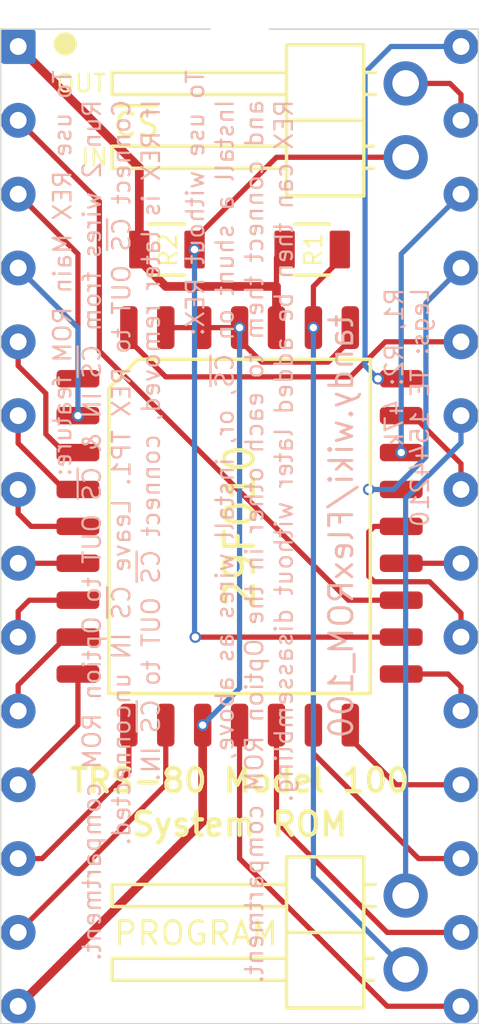
<source format=kicad_pcb>
(kicad_pcb (version 20171130) (host pcbnew 5.1.7-a382d34a8~87~ubuntu20.04.1)

  (general
    (thickness 1.6)
    (drawings 22)
    (tracks 125)
    (zones 0)
    (modules 6)
    (nets 31)
  )

  (page A4)
  (layers
    (0 F.Cu signal)
    (31 B.Cu signal)
    (32 B.Adhes user hide)
    (33 F.Adhes user hide)
    (34 B.Paste user hide)
    (35 F.Paste user hide)
    (36 B.SilkS user)
    (37 F.SilkS user)
    (38 B.Mask user)
    (39 F.Mask user)
    (40 Dwgs.User user hide)
    (41 Cmts.User user hide)
    (42 Eco1.User user hide)
    (43 Eco2.User user hide)
    (44 Edge.Cuts user)
    (45 Margin user hide)
    (46 B.CrtYd user hide)
    (47 F.CrtYd user hide)
    (48 B.Fab user hide)
    (49 F.Fab user hide)
  )

  (setup
    (last_trace_width 0.18)
    (user_trace_width 0.16)
    (user_trace_width 0.2)
    (user_trace_width 0.3)
    (trace_clearance 0.16)
    (zone_clearance 0.508)
    (zone_45_only no)
    (trace_min 0.16)
    (via_size 0.4)
    (via_drill 0.25)
    (via_min_size 0.4)
    (via_min_drill 0.25)
    (uvia_size 0.4)
    (uvia_drill 0.25)
    (uvias_allowed no)
    (uvia_min_size 0.4)
    (uvia_min_drill 0.25)
    (edge_width 0.05)
    (segment_width 0.2)
    (pcb_text_width 0.3)
    (pcb_text_size 1.5 1.5)
    (mod_edge_width 0.12)
    (mod_text_size 1 1)
    (mod_text_width 0.15)
    (pad_size 1.2 1.2)
    (pad_drill 0.58)
    (pad_to_mask_clearance 0)
    (aux_axis_origin 0 0)
    (grid_origin 150 100)
    (visible_elements FFFFFF7F)
    (pcbplotparams
      (layerselection 0x010fc_ffffffff)
      (usegerberextensions false)
      (usegerberattributes false)
      (usegerberadvancedattributes false)
      (creategerberjobfile false)
      (excludeedgelayer true)
      (linewidth 0.100000)
      (plotframeref false)
      (viasonmask false)
      (mode 1)
      (useauxorigin false)
      (hpglpennumber 1)
      (hpglpenspeed 20)
      (hpglpendiameter 15.000000)
      (psnegative false)
      (psa4output false)
      (plotreference true)
      (plotvalue true)
      (plotinvisibletext false)
      (padsonsilk false)
      (subtractmaskfromsilk false)
      (outputformat 1)
      (mirror false)
      (drillshape 1)
      (scaleselection 1)
      (outputdirectory ""))
  )

  (net 0 "")
  (net 1 /D3)
  (net 2 /A10)
  (net 3 /D4)
  (net 4 /A7)
  (net 5 /D5)
  (net 6 /A6)
  (net 7 /D6)
  (net 8 /A5)
  (net 9 /D7)
  (net 10 /A4)
  (net 11 /A11)
  (net 12 /A3)
  (net 13 /~OE)
  (net 14 /A2)
  (net 15 /A13)
  (net 16 /A1)
  (net 17 /A0)
  (net 18 /A12)
  (net 19 /D0)
  (net 20 /A9)
  (net 21 /D1)
  (net 22 /A8)
  (net 23 /D2)
  (net 24 /~CS_OUT)
  (net 25 /A14)
  (net 26 /~CS_IN)
  (net 27 /~WE)
  (net 28 VCC)
  (net 29 GND)
  (net 30 /ALE)

  (net_class Default "This is the default net class."
    (clearance 0.16)
    (trace_width 0.18)
    (via_dia 0.4)
    (via_drill 0.25)
    (uvia_dia 0.4)
    (uvia_drill 0.25)
    (add_net /A0)
    (add_net /A1)
    (add_net /A10)
    (add_net /A11)
    (add_net /A12)
    (add_net /A13)
    (add_net /A14)
    (add_net /A2)
    (add_net /A3)
    (add_net /A4)
    (add_net /A5)
    (add_net /A6)
    (add_net /A7)
    (add_net /A8)
    (add_net /A9)
    (add_net /ALE)
    (add_net /D0)
    (add_net /D1)
    (add_net /D2)
    (add_net /D3)
    (add_net /D4)
    (add_net /D5)
    (add_net /D6)
    (add_net /D7)
    (add_net /~CS_IN)
    (add_net /~CS_OUT)
    (add_net /~OE)
    (add_net /~WE)
    (add_net GND)
    (add_net VCC)
  )

  (module 000_LOCAL:Pin_Header_Angled_1x02_Pitch2.54mm (layer F.Cu) (tedit 5F9E6982) (tstamp 5FBB8D5E)
    (at 155.715 115.24 180)
    (descr "Through hole angled pin header, 1x02, 2.54mm pitch, 6mm pin length, single row")
    (tags "Through hole angled pin header THT 1x02 2.54mm single row")
    (path /5FBC3795)
    (fp_text reference JP2 (at 4.385 -2.27) (layer F.SilkS) hide
      (effects (font (size 1 1) (thickness 0.15)))
    )
    (fp_text value Write-Enable (at 4.385 4.81) (layer F.Fab)
      (effects (font (size 1 1) (thickness 0.15)))
    )
    (fp_text user %R (at 2.77 1.27 90) (layer F.Fab)
      (effects (font (size 1 1) (thickness 0.15)))
    )
    (fp_line (start 2.135 -1.27) (end 4.04 -1.27) (layer F.Fab) (width 0.1))
    (fp_line (start 4.04 -1.27) (end 4.04 3.81) (layer F.Fab) (width 0.1))
    (fp_line (start 4.04 3.81) (end 1.5 3.81) (layer F.Fab) (width 0.1))
    (fp_line (start 1.5 3.81) (end 1.5 -0.635) (layer F.Fab) (width 0.1))
    (fp_line (start 1.5 -0.635) (end 2.135 -1.27) (layer F.Fab) (width 0.1))
    (fp_line (start -0.32 -0.32) (end 1.5 -0.32) (layer F.Fab) (width 0.1))
    (fp_line (start -0.32 -0.32) (end -0.32 0.32) (layer F.Fab) (width 0.1))
    (fp_line (start -0.32 0.32) (end 1.5 0.32) (layer F.Fab) (width 0.1))
    (fp_line (start 4.04 -0.32) (end 10.04 -0.32) (layer F.Fab) (width 0.1))
    (fp_line (start 10.04 -0.32) (end 10.04 0.32) (layer F.Fab) (width 0.1))
    (fp_line (start 4.04 0.32) (end 10.04 0.32) (layer F.Fab) (width 0.1))
    (fp_line (start -0.32 2.22) (end 1.5 2.22) (layer F.Fab) (width 0.1))
    (fp_line (start -0.32 2.22) (end -0.32 2.86) (layer F.Fab) (width 0.1))
    (fp_line (start -0.32 2.86) (end 1.5 2.86) (layer F.Fab) (width 0.1))
    (fp_line (start 4.04 2.22) (end 10.04 2.22) (layer F.Fab) (width 0.1))
    (fp_line (start 10.04 2.22) (end 10.04 2.86) (layer F.Fab) (width 0.1))
    (fp_line (start 4.04 2.86) (end 10.04 2.86) (layer F.Fab) (width 0.1))
    (fp_line (start 1.44 -1.33) (end 1.44 3.87) (layer F.SilkS) (width 0.12))
    (fp_line (start 1.44 3.87) (end 4.1 3.87) (layer F.SilkS) (width 0.12))
    (fp_line (start 4.1 3.87) (end 4.1 -1.33) (layer F.SilkS) (width 0.12))
    (fp_line (start 4.1 -1.33) (end 1.44 -1.33) (layer F.SilkS) (width 0.12))
    (fp_line (start 4.1 -0.38) (end 10.1 -0.38) (layer F.SilkS) (width 0.12))
    (fp_line (start 10.1 -0.38) (end 10.1 0.38) (layer F.SilkS) (width 0.12))
    (fp_line (start 10.1 0.38) (end 4.1 0.38) (layer F.SilkS) (width 0.12))
    (fp_line (start 1.11 -0.38) (end 1.44 -0.38) (layer F.SilkS) (width 0.12))
    (fp_line (start 1.11 0.38) (end 1.44 0.38) (layer F.SilkS) (width 0.12))
    (fp_line (start 1.44 1.27) (end 4.1 1.27) (layer F.SilkS) (width 0.12))
    (fp_line (start 4.1 2.16) (end 10.1 2.16) (layer F.SilkS) (width 0.12))
    (fp_line (start 10.1 2.16) (end 10.1 2.92) (layer F.SilkS) (width 0.12))
    (fp_line (start 10.1 2.92) (end 4.1 2.92) (layer F.SilkS) (width 0.12))
    (fp_line (start 1.042929 2.16) (end 1.44 2.16) (layer F.SilkS) (width 0.12))
    (fp_line (start 1.042929 2.92) (end 1.44 2.92) (layer F.SilkS) (width 0.12))
    (fp_line (start -1.8 -1.8) (end -1.8 4.35) (layer F.CrtYd) (width 0.05))
    (fp_line (start -1.8 4.35) (end 10.55 4.35) (layer F.CrtYd) (width 0.05))
    (fp_line (start 10.55 4.35) (end 10.55 -1.8) (layer F.CrtYd) (width 0.05))
    (fp_line (start 10.55 -1.8) (end -1.8 -1.8) (layer F.CrtYd) (width 0.05))
    (pad 1 thru_hole circle (at 0 0 180) (size 1.524 1.524) (drill 0.9144) (layers *.Cu *.Mask)
      (net 27 /~WE))
    (pad 2 thru_hole circle (at 0 2.54 180) (size 1.524 1.524) (drill 0.9144) (layers *.Cu *.Mask)
      (net 30 /ALE))
    (model ${KIPRJMOD}/000_LOCAL.pretty/packages3d/PinHeader_1x02_P2.54mm_Horizontal.step
      (at (xyz 0 0 0))
      (scale (xyz 1 1 1))
      (rotate (xyz 0 0 0))
    )
  )

  (module 000_LOCAL:PLCC32_7x9 (layer F.Cu) (tedit 5FA39D00) (tstamp 5FA3D814)
    (at 150 100)
    (descr "PLCC, 32 Pin (http://ww1.microchip.com/downloads/en/DeviceDoc/doc0015.pdf), generated with kicad-footprint-generator ipc_plcc_jLead_generator.py")
    (tags "PLCC LCC")
    (path /5E5B130A)
    (attr smd)
    (fp_text reference U1 (at 0 -4.445) (layer F.SilkS) hide
      (effects (font (size 1 1) (thickness 0.15)))
    )
    (fp_text value 29F010 (at 0 0 -90) (layer F.SilkS)
      (effects (font (size 1 1) (thickness 0.15)))
    )
    (fp_line (start -4.5 5.75) (end -4.5 -4.75) (layer F.SilkS) (width 0.12))
    (fp_line (start 4.5 5.75) (end -4.5 5.75) (layer F.SilkS) (width 0.12))
    (fp_line (start 4.5 -5.75) (end 4.5 5.75) (layer F.SilkS) (width 0.12))
    (fp_line (start -3.5 -5.75) (end 4.5 -5.75) (layer F.SilkS) (width 0.12))
    (fp_line (start -4.5 -4.75) (end -3.5 -5.75) (layer F.SilkS) (width 0.12))
    (fp_circle (center 0 -5.08) (end 0.25 -5.08) (layer F.Fab) (width 0.5))
    (fp_line (start -6.55 -5.63) (end -6.55 0) (layer F.CrtYd) (width 0.05))
    (fp_line (start -5.96 -5.63) (end -6.55 -5.63) (layer F.CrtYd) (width 0.05))
    (fp_line (start -5.96 -5.95) (end -5.96 -5.63) (layer F.CrtYd) (width 0.05))
    (fp_line (start -4.68 -7.23) (end -5.96 -5.95) (layer F.CrtYd) (width 0.05))
    (fp_line (start -4.36 -7.23) (end -4.68 -7.23) (layer F.CrtYd) (width 0.05))
    (fp_line (start -4.36 -7.82) (end -4.36 -7.23) (layer F.CrtYd) (width 0.05))
    (fp_line (start 0 -7.82) (end -4.36 -7.82) (layer F.CrtYd) (width 0.05))
    (fp_line (start 6.55 5.63) (end 6.55 0) (layer F.CrtYd) (width 0.05))
    (fp_line (start 5.96 5.63) (end 6.55 5.63) (layer F.CrtYd) (width 0.05))
    (fp_line (start 5.96 7.23) (end 5.96 5.63) (layer F.CrtYd) (width 0.05))
    (fp_line (start 4.36 7.23) (end 5.96 7.23) (layer F.CrtYd) (width 0.05))
    (fp_line (start 4.36 7.82) (end 4.36 7.23) (layer F.CrtYd) (width 0.05))
    (fp_line (start 0 7.82) (end 4.36 7.82) (layer F.CrtYd) (width 0.05))
    (fp_line (start -6.55 5.63) (end -6.55 0) (layer F.CrtYd) (width 0.05))
    (fp_line (start -5.96 5.63) (end -6.55 5.63) (layer F.CrtYd) (width 0.05))
    (fp_line (start -5.96 7.23) (end -5.96 5.63) (layer F.CrtYd) (width 0.05))
    (fp_line (start -4.36 7.23) (end -5.96 7.23) (layer F.CrtYd) (width 0.05))
    (fp_line (start -4.36 7.82) (end -4.36 7.23) (layer F.CrtYd) (width 0.05))
    (fp_line (start 0 7.82) (end -4.36 7.82) (layer F.CrtYd) (width 0.05))
    (fp_line (start 6.55 -5.63) (end 6.55 0) (layer F.CrtYd) (width 0.05))
    (fp_line (start 5.96 -5.63) (end 6.55 -5.63) (layer F.CrtYd) (width 0.05))
    (fp_line (start 5.96 -7.23) (end 5.96 -5.63) (layer F.CrtYd) (width 0.05))
    (fp_line (start 4.36 -7.23) (end 5.96 -7.23) (layer F.CrtYd) (width 0.05))
    (fp_line (start 4.36 -7.82) (end 4.36 -7.23) (layer F.CrtYd) (width 0.05))
    (fp_line (start 0 -7.82) (end 4.36 -7.82) (layer F.CrtYd) (width 0.05))
    (fp_line (start -0.5 -6.985) (end 0 -6.277893) (layer F.Fab) (width 0.1))
    (fp_line (start -4.575 -6.985) (end -0.5 -6.985) (layer F.Fab) (width 0.1))
    (fp_line (start -5.715 -5.845) (end -4.575 -6.985) (layer F.Fab) (width 0.1))
    (fp_line (start -5.715 6.985) (end -5.715 -5.845) (layer F.Fab) (width 0.1))
    (fp_line (start 5.715 6.985) (end -5.715 6.985) (layer F.Fab) (width 0.1))
    (fp_line (start 5.715 -6.985) (end 5.715 6.985) (layer F.Fab) (width 0.1))
    (fp_line (start 0.5 -6.985) (end 5.715 -6.985) (layer F.Fab) (width 0.1))
    (fp_line (start 0 -6.277893) (end 0.5 -6.985) (layer F.Fab) (width 0.1))
    (fp_text user %R (at 0 0) (layer F.Fab)
      (effects (font (size 1 1) (thickness 0.15)))
    )
    (pad 32 smd roundrect (at 1.27 -6.8375) (size 0.6 1.475) (layers F.Cu F.Paste F.Mask) (roundrect_rratio 0.25)
      (net 28 VCC))
    (pad 31 smd roundrect (at 2.54 -6.8375) (size 0.6 1.475) (layers F.Cu F.Paste F.Mask) (roundrect_rratio 0.25)
      (net 27 /~WE))
    (pad 30 smd roundrect (at 3.81 -6.8375) (size 0.6 1.475) (layers F.Cu F.Paste F.Mask) (roundrect_rratio 0.25)
      (net 29 GND))
    (pad 29 smd roundrect (at 5.5625 -5.08) (size 1.475 0.6) (layers F.Cu F.Paste F.Mask) (roundrect_rratio 0.25)
      (net 25 /A14))
    (pad 28 smd roundrect (at 5.5625 -3.81) (size 1.475 0.6) (layers F.Cu F.Paste F.Mask) (roundrect_rratio 0.25)
      (net 15 /A13))
    (pad 27 smd roundrect (at 5.5625 -2.54) (size 1.475 0.6) (layers F.Cu F.Paste F.Mask) (roundrect_rratio 0.25)
      (net 22 /A8))
    (pad 26 smd roundrect (at 5.5625 -1.27) (size 1.475 0.6) (layers F.Cu F.Paste F.Mask) (roundrect_rratio 0.25)
      (net 20 /A9))
    (pad 25 smd roundrect (at 5.5625 0) (size 1.475 0.6) (layers F.Cu F.Paste F.Mask) (roundrect_rratio 0.25)
      (net 11 /A11))
    (pad 24 smd roundrect (at 5.5625 1.27) (size 1.475 0.6) (layers F.Cu F.Paste F.Mask) (roundrect_rratio 0.25)
      (net 13 /~OE))
    (pad 23 smd roundrect (at 5.5625 2.54) (size 1.475 0.6) (layers F.Cu F.Paste F.Mask) (roundrect_rratio 0.25)
      (net 2 /A10))
    (pad 22 smd roundrect (at 5.5625 3.81) (size 1.475 0.6) (layers F.Cu F.Paste F.Mask) (roundrect_rratio 0.25)
      (net 26 /~CS_IN))
    (pad 21 smd roundrect (at 5.5625 5.08) (size 1.475 0.6) (layers F.Cu F.Paste F.Mask) (roundrect_rratio 0.25)
      (net 9 /D7))
    (pad 20 smd roundrect (at 3.81 6.8375) (size 0.6 1.475) (layers F.Cu F.Paste F.Mask) (roundrect_rratio 0.25)
      (net 7 /D6))
    (pad 19 smd roundrect (at 2.54 6.8375) (size 0.6 1.475) (layers F.Cu F.Paste F.Mask) (roundrect_rratio 0.25)
      (net 5 /D5))
    (pad 18 smd roundrect (at 1.27 6.8375) (size 0.6 1.475) (layers F.Cu F.Paste F.Mask) (roundrect_rratio 0.25)
      (net 3 /D4))
    (pad 17 smd roundrect (at 0 6.8375) (size 0.6 1.475) (layers F.Cu F.Paste F.Mask) (roundrect_rratio 0.25)
      (net 1 /D3))
    (pad 16 smd roundrect (at -1.27 6.8375) (size 0.6 1.475) (layers F.Cu F.Paste F.Mask) (roundrect_rratio 0.25)
      (net 29 GND))
    (pad 15 smd roundrect (at -2.54 6.8375) (size 0.6 1.475) (layers F.Cu F.Paste F.Mask) (roundrect_rratio 0.25)
      (net 23 /D2))
    (pad 14 smd roundrect (at -3.81 6.8375) (size 0.6 1.475) (layers F.Cu F.Paste F.Mask) (roundrect_rratio 0.25)
      (net 21 /D1))
    (pad 13 smd roundrect (at -5.5625 5.08) (size 1.475 0.6) (layers F.Cu F.Paste F.Mask) (roundrect_rratio 0.25)
      (net 19 /D0))
    (pad 12 smd roundrect (at -5.5625 3.81) (size 1.475 0.6) (layers F.Cu F.Paste F.Mask) (roundrect_rratio 0.25)
      (net 17 /A0))
    (pad 11 smd roundrect (at -5.5625 2.54) (size 1.475 0.6) (layers F.Cu F.Paste F.Mask) (roundrect_rratio 0.25)
      (net 16 /A1))
    (pad 10 smd roundrect (at -5.5625 1.27) (size 1.475 0.6) (layers F.Cu F.Paste F.Mask) (roundrect_rratio 0.25)
      (net 14 /A2))
    (pad 9 smd roundrect (at -5.5625 0) (size 1.475 0.6) (layers F.Cu F.Paste F.Mask) (roundrect_rratio 0.25)
      (net 12 /A3))
    (pad 8 smd roundrect (at -5.5625 -1.27) (size 1.475 0.6) (layers F.Cu F.Paste F.Mask) (roundrect_rratio 0.25)
      (net 10 /A4))
    (pad 7 smd roundrect (at -5.5625 -2.54) (size 1.475 0.6) (layers F.Cu F.Paste F.Mask) (roundrect_rratio 0.25)
      (net 8 /A5))
    (pad 6 smd roundrect (at -5.5625 -3.81) (size 1.475 0.6) (layers F.Cu F.Paste F.Mask) (roundrect_rratio 0.25)
      (net 6 /A6))
    (pad 5 smd roundrect (at -5.5625 -5.08) (size 1.475 0.6) (layers F.Cu F.Paste F.Mask) (roundrect_rratio 0.25)
      (net 4 /A7))
    (pad 4 smd roundrect (at -3.81 -6.8375) (size 0.6 1.475) (layers F.Cu F.Paste F.Mask) (roundrect_rratio 0.25)
      (net 18 /A12))
    (pad 3 smd roundrect (at -2.54 -6.8375) (size 0.6 1.475) (layers F.Cu F.Paste F.Mask) (roundrect_rratio 0.25)
      (net 29 GND))
    (pad 2 smd roundrect (at -1.27 -6.8375) (size 0.6 1.475) (layers F.Cu F.Paste F.Mask) (roundrect_rratio 0.25)
      (net 29 GND))
    (pad 1 smd roundrect (at 0 -6.8375) (size 0.6 1.475) (layers F.Cu F.Paste F.Mask) (roundrect_rratio 0.25)
      (net 29 GND))
    (model ${KIPRJMOD}/000_LOCAL.pretty/packages3d/PLCC32_7x9.step
      (offset (xyz 0 0 2.9))
      (scale (xyz 1 1 1))
      (rotate (xyz -90 0 180))
    )
  )

  (module 000_LOCAL:DIP28_0.6_pcb_sil_pins (layer F.Cu) (tedit 5FA3A925) (tstamp 5E369E74)
    (at 150 100)
    (descr "28-lead though-hole mounted DIP package, row spacing 15.24 mm (600 mils)")
    (tags "THT DIP DIL PDIP 2.54mm 15.24mm 600mil")
    (path /5E5C209E)
    (fp_text reference J1 (at -4.7 -16.35) (layer F.SilkS) hide
      (effects (font (size 1 1) (thickness 0.15)))
    )
    (fp_text value "LH535618 DIP LEGS" (at 0 18.84) (layer F.Fab)
      (effects (font (size 1 1) (thickness 0.15)))
    )
    (fp_line (start 8.22 -17.11) (end -8.22 -17.11) (layer F.CrtYd) (width 0.01))
    (fp_line (start 8.22 17.11) (end 8.22 -17.11) (layer F.CrtYd) (width 0.01))
    (fp_line (start -8.22 17.11) (end 8.22 17.11) (layer F.CrtYd) (width 0.01))
    (fp_line (start -8.22 -17.11) (end -8.22 17.11) (layer F.CrtYd) (width 0.01))
    (fp_text user %R (at 0.27 3.12) (layer F.Fab)
      (effects (font (size 1 1) (thickness 0.15)))
    )
    (pad "" np_thru_hole circle (at 0 -17.11) (size 2 2) (drill 2) (layers *.Cu *.Mask))
    (pad 1 thru_hole roundrect (at -7.62 -16.51) (size 1.2 1.2) (drill 0.58) (layers *.Cu *.Mask) (roundrect_rratio 0.1)
      (net 28 VCC))
    (pad 15 thru_hole circle (at 7.62 16.51) (size 1.2 1.2) (drill 0.58) (layers *.Cu *.Mask)
      (net 1 /D3))
    (pad 2 thru_hole circle (at -7.62 -13.97) (size 1.2 1.2) (drill 0.58) (layers *.Cu *.Mask)
      (net 2 /A10))
    (pad 16 thru_hole circle (at 7.62 13.97) (size 1.2 1.2) (drill 0.58) (layers *.Cu *.Mask)
      (net 3 /D4))
    (pad 3 thru_hole circle (at -7.62 -11.43) (size 1.2 1.2) (drill 0.58) (layers *.Cu *.Mask)
      (net 4 /A7))
    (pad 17 thru_hole circle (at 7.62 11.43) (size 1.2 1.2) (drill 0.58) (layers *.Cu *.Mask)
      (net 5 /D5))
    (pad 4 thru_hole circle (at -7.62 -8.89) (size 1.2 1.2) (drill 0.58) (layers *.Cu *.Mask)
      (net 6 /A6))
    (pad 18 thru_hole circle (at 7.62 8.89) (size 1.2 1.2) (drill 0.58) (layers *.Cu *.Mask)
      (net 7 /D6))
    (pad 5 thru_hole circle (at -7.62 -6.35) (size 1.2 1.2) (drill 0.58) (layers *.Cu *.Mask)
      (net 8 /A5))
    (pad 19 thru_hole circle (at 7.62 6.35) (size 1.2 1.2) (drill 0.58) (layers *.Cu *.Mask)
      (net 9 /D7))
    (pad 6 thru_hole circle (at -7.62 -3.81) (size 1.2 1.2) (drill 0.58) (layers *.Cu *.Mask)
      (net 10 /A4))
    (pad 20 thru_hole circle (at 7.62 3.81) (size 1.2 1.2) (drill 0.58) (layers *.Cu *.Mask)
      (net 11 /A11))
    (pad 7 thru_hole circle (at -7.62 -1.27) (size 1.2 1.2) (drill 0.58) (layers *.Cu *.Mask)
      (net 12 /A3))
    (pad 21 thru_hole circle (at 7.62 1.27) (size 1.2 1.2) (drill 0.58) (layers *.Cu *.Mask)
      (net 13 /~OE))
    (pad 8 thru_hole circle (at -7.62 1.27) (size 1.2 1.2) (drill 0.58) (layers *.Cu *.Mask)
      (net 14 /A2))
    (pad 22 thru_hole circle (at 7.62 -1.27) (size 1.2 1.2) (drill 0.58) (layers *.Cu *.Mask)
      (net 15 /A13))
    (pad 9 thru_hole circle (at -7.62 3.81) (size 1.2 1.2) (drill 0.58) (layers *.Cu *.Mask)
      (net 16 /A1))
    (pad 23 thru_hole circle (at 7.62 -3.81) (size 1.2 1.2) (drill 0.58) (layers *.Cu *.Mask)
      (net 30 /ALE))
    (pad 10 thru_hole circle (at -7.62 6.35) (size 1.2 1.2) (drill 0.58) (layers *.Cu *.Mask)
      (net 17 /A0))
    (pad 24 thru_hole circle (at 7.62 -6.35) (size 1.2 1.2) (drill 0.58) (layers *.Cu *.Mask)
      (net 18 /A12))
    (pad 11 thru_hole circle (at -7.62 8.89) (size 1.2 1.2) (drill 0.58) (layers *.Cu *.Mask)
      (net 19 /D0))
    (pad 25 thru_hole circle (at 7.62 -8.89) (size 1.2 1.2) (drill 0.58) (layers *.Cu *.Mask)
      (net 20 /A9))
    (pad 12 thru_hole circle (at -7.62 11.43) (size 1.2 1.2) (drill 0.58) (layers *.Cu *.Mask)
      (net 21 /D1))
    (pad 26 thru_hole circle (at 7.62 -11.43) (size 1.2 1.2) (drill 0.58) (layers *.Cu *.Mask)
      (net 22 /A8))
    (pad 13 thru_hole circle (at -7.62 13.97) (size 1.2 1.2) (drill 0.58) (layers *.Cu *.Mask)
      (net 23 /D2))
    (pad 27 thru_hole circle (at 7.62 -13.97) (size 1.2 1.2) (drill 0.58) (layers *.Cu *.Mask)
      (net 24 /~CS_OUT))
    (pad 14 thru_hole circle (at -7.62 16.51) (size 1.2 1.2) (drill 0.58) (layers *.Cu *.Mask)
      (net 29 GND))
    (pad 28 thru_hole circle (at 7.62 -16.51) (size 1.2 1.2) (drill 0.58) (layers *.Cu *.Mask)
      (net 25 /A14))
    (model ${KIPRJMOD}/000_LOCAL.pretty/packages3d/DIL_LEG.step
      (offset (xyz -7.62 16.51 0.18))
      (scale (xyz 1 1 1))
      (rotate (xyz 0 0 0))
    )
    (model ${KIPRJMOD}/000_LOCAL.pretty/packages3d/DIL_LEG.step
      (offset (xyz -7.62 13.97 0.18))
      (scale (xyz 1 1 1))
      (rotate (xyz 0 0 0))
    )
    (model ${KIPRJMOD}/000_LOCAL.pretty/packages3d/DIL_LEG.step
      (offset (xyz -7.62 11.43 0.18))
      (scale (xyz 1 1 1))
      (rotate (xyz 0 0 0))
    )
    (model ${KIPRJMOD}/000_LOCAL.pretty/packages3d/DIL_LEG.step
      (offset (xyz -7.62 8.890000000000001 0.18))
      (scale (xyz 1 1 1))
      (rotate (xyz 0 0 0))
    )
    (model ${KIPRJMOD}/000_LOCAL.pretty/packages3d/DIL_LEG.step
      (offset (xyz -7.62 6.35 0.18))
      (scale (xyz 1 1 1))
      (rotate (xyz 0 0 0))
    )
    (model ${KIPRJMOD}/000_LOCAL.pretty/packages3d/DIL_LEG.step
      (offset (xyz -7.62 3.81 0.18))
      (scale (xyz 1 1 1))
      (rotate (xyz 0 0 0))
    )
    (model ${KIPRJMOD}/000_LOCAL.pretty/packages3d/DIL_LEG.step
      (offset (xyz -7.62 1.27 0.18))
      (scale (xyz 1 1 1))
      (rotate (xyz 0 0 0))
    )
    (model ${KIPRJMOD}/000_LOCAL.pretty/packages3d/DIL_LEG.step
      (offset (xyz -7.62 -1.27 0.18))
      (scale (xyz 1 1 1))
      (rotate (xyz 0 0 0))
    )
    (model ${KIPRJMOD}/000_LOCAL.pretty/packages3d/DIL_LEG.step
      (offset (xyz -7.62 -3.81 0.18))
      (scale (xyz 1 1 1))
      (rotate (xyz 0 0 0))
    )
    (model ${KIPRJMOD}/000_LOCAL.pretty/packages3d/DIL_LEG.step
      (offset (xyz -7.62 -6.35 0.18))
      (scale (xyz 1 1 1))
      (rotate (xyz 0 0 0))
    )
    (model ${KIPRJMOD}/000_LOCAL.pretty/packages3d/DIL_LEG.step
      (offset (xyz -7.62 -8.890000000000001 0.18))
      (scale (xyz 1 1 1))
      (rotate (xyz 0 0 0))
    )
    (model ${KIPRJMOD}/000_LOCAL.pretty/packages3d/DIL_LEG.step
      (offset (xyz -7.62 -11.43 0.18))
      (scale (xyz 1 1 1))
      (rotate (xyz 0 0 0))
    )
    (model ${KIPRJMOD}/000_LOCAL.pretty/packages3d/DIL_LEG.step
      (offset (xyz -7.62 -13.97 0.18))
      (scale (xyz 1 1 1))
      (rotate (xyz 0 0 0))
    )
    (model ${KIPRJMOD}/000_LOCAL.pretty/packages3d/DIL_LEG.step
      (offset (xyz -7.62 -16.51 0.18))
      (scale (xyz 1 1 1))
      (rotate (xyz 0 0 0))
    )
    (model ${KIPRJMOD}/000_LOCAL.pretty/packages3d/DIL_LEG.step
      (offset (xyz 7.62 -16.51 0.18))
      (scale (xyz 1 1 1))
      (rotate (xyz 0 0 0))
    )
    (model ${KIPRJMOD}/000_LOCAL.pretty/packages3d/DIL_LEG.step
      (offset (xyz 7.62 -13.97 0.18))
      (scale (xyz 1 1 1))
      (rotate (xyz 0 0 0))
    )
    (model ${KIPRJMOD}/000_LOCAL.pretty/packages3d/DIL_LEG.step
      (offset (xyz 7.62 -11.43 0.18))
      (scale (xyz 1 1 1))
      (rotate (xyz 0 0 0))
    )
    (model ${KIPRJMOD}/000_LOCAL.pretty/packages3d/DIL_LEG.step
      (offset (xyz 7.62 -8.890000000000001 0.18))
      (scale (xyz 1 1 1))
      (rotate (xyz 0 0 0))
    )
    (model ${KIPRJMOD}/000_LOCAL.pretty/packages3d/DIL_LEG.step
      (offset (xyz 7.62 -6.35 0.18))
      (scale (xyz 1 1 1))
      (rotate (xyz 0 0 0))
    )
    (model ${KIPRJMOD}/000_LOCAL.pretty/packages3d/DIL_LEG.step
      (offset (xyz 7.62 -3.81 0.18))
      (scale (xyz 1 1 1))
      (rotate (xyz 0 0 0))
    )
    (model ${KIPRJMOD}/000_LOCAL.pretty/packages3d/DIL_LEG.step
      (offset (xyz 7.62 -1.27 0.18))
      (scale (xyz 1 1 1))
      (rotate (xyz 0 0 0))
    )
    (model ${KIPRJMOD}/000_LOCAL.pretty/packages3d/DIL_LEG.step
      (offset (xyz 7.62 1.27 0.18))
      (scale (xyz 1 1 1))
      (rotate (xyz 0 0 0))
    )
    (model ${KIPRJMOD}/000_LOCAL.pretty/packages3d/DIL_LEG.step
      (offset (xyz 7.62 3.81 0.18))
      (scale (xyz 1 1 1))
      (rotate (xyz 0 0 0))
    )
    (model ${KIPRJMOD}/000_LOCAL.pretty/packages3d/DIL_LEG.step
      (offset (xyz 7.62 6.35 0.18))
      (scale (xyz 1 1 1))
      (rotate (xyz 0 0 0))
    )
    (model ${KIPRJMOD}/000_LOCAL.pretty/packages3d/DIL_LEG.step
      (offset (xyz 7.62 8.890000000000001 0.18))
      (scale (xyz 1 1 1))
      (rotate (xyz 0 0 0))
    )
    (model ${KIPRJMOD}/000_LOCAL.pretty/packages3d/DIL_LEG.step
      (offset (xyz 7.62 11.43 0.18))
      (scale (xyz 1 1 1))
      (rotate (xyz 0 0 0))
    )
    (model ${KIPRJMOD}/000_LOCAL.pretty/packages3d/DIL_LEG.step
      (offset (xyz 7.62 13.97 0.18))
      (scale (xyz 1 1 1))
      (rotate (xyz 0 0 0))
    )
    (model ${KIPRJMOD}/000_LOCAL.pretty/packages3d/DIL_LEG.step
      (offset (xyz 7.62 16.51 0.18))
      (scale (xyz 1 1 1))
      (rotate (xyz 0 0 0))
    )
  )

  (module 000_LOCAL:Pin_Header_Angled_1x02_Pitch2.54mm (layer F.Cu) (tedit 5F9E6982) (tstamp 5E4387A7)
    (at 155.715 87.3 180)
    (descr "Through hole angled pin header, 1x02, 2.54mm pitch, 6mm pin length, single row")
    (tags "Through hole angled pin header THT 1x02 2.54mm single row")
    (path /5E68B8A2)
    (fp_text reference JP1 (at 4.385 -2.27 180) (layer F.SilkS) hide
      (effects (font (size 1 1) (thickness 0.15)))
    )
    (fp_text value "~CS~ breakout" (at 4.385 4.81 180) (layer F.Fab)
      (effects (font (size 1 1) (thickness 0.15)))
    )
    (fp_line (start 10.55 -1.8) (end -1.8 -1.8) (layer F.CrtYd) (width 0.05))
    (fp_line (start 10.55 4.35) (end 10.55 -1.8) (layer F.CrtYd) (width 0.05))
    (fp_line (start -1.8 4.35) (end 10.55 4.35) (layer F.CrtYd) (width 0.05))
    (fp_line (start -1.8 -1.8) (end -1.8 4.35) (layer F.CrtYd) (width 0.05))
    (fp_line (start 1.042929 2.92) (end 1.44 2.92) (layer F.SilkS) (width 0.12))
    (fp_line (start 1.042929 2.16) (end 1.44 2.16) (layer F.SilkS) (width 0.12))
    (fp_line (start 10.1 2.92) (end 4.1 2.92) (layer F.SilkS) (width 0.12))
    (fp_line (start 10.1 2.16) (end 10.1 2.92) (layer F.SilkS) (width 0.12))
    (fp_line (start 4.1 2.16) (end 10.1 2.16) (layer F.SilkS) (width 0.12))
    (fp_line (start 1.44 1.27) (end 4.1 1.27) (layer F.SilkS) (width 0.12))
    (fp_line (start 1.11 0.38) (end 1.44 0.38) (layer F.SilkS) (width 0.12))
    (fp_line (start 1.11 -0.38) (end 1.44 -0.38) (layer F.SilkS) (width 0.12))
    (fp_line (start 10.1 0.38) (end 4.1 0.38) (layer F.SilkS) (width 0.12))
    (fp_line (start 10.1 -0.38) (end 10.1 0.38) (layer F.SilkS) (width 0.12))
    (fp_line (start 4.1 -0.38) (end 10.1 -0.38) (layer F.SilkS) (width 0.12))
    (fp_line (start 4.1 -1.33) (end 1.44 -1.33) (layer F.SilkS) (width 0.12))
    (fp_line (start 4.1 3.87) (end 4.1 -1.33) (layer F.SilkS) (width 0.12))
    (fp_line (start 1.44 3.87) (end 4.1 3.87) (layer F.SilkS) (width 0.12))
    (fp_line (start 1.44 -1.33) (end 1.44 3.87) (layer F.SilkS) (width 0.12))
    (fp_line (start 4.04 2.86) (end 10.04 2.86) (layer F.Fab) (width 0.1))
    (fp_line (start 10.04 2.22) (end 10.04 2.86) (layer F.Fab) (width 0.1))
    (fp_line (start 4.04 2.22) (end 10.04 2.22) (layer F.Fab) (width 0.1))
    (fp_line (start -0.32 2.86) (end 1.5 2.86) (layer F.Fab) (width 0.1))
    (fp_line (start -0.32 2.22) (end -0.32 2.86) (layer F.Fab) (width 0.1))
    (fp_line (start -0.32 2.22) (end 1.5 2.22) (layer F.Fab) (width 0.1))
    (fp_line (start 4.04 0.32) (end 10.04 0.32) (layer F.Fab) (width 0.1))
    (fp_line (start 10.04 -0.32) (end 10.04 0.32) (layer F.Fab) (width 0.1))
    (fp_line (start 4.04 -0.32) (end 10.04 -0.32) (layer F.Fab) (width 0.1))
    (fp_line (start -0.32 0.32) (end 1.5 0.32) (layer F.Fab) (width 0.1))
    (fp_line (start -0.32 -0.32) (end -0.32 0.32) (layer F.Fab) (width 0.1))
    (fp_line (start -0.32 -0.32) (end 1.5 -0.32) (layer F.Fab) (width 0.1))
    (fp_line (start 1.5 -0.635) (end 2.135 -1.27) (layer F.Fab) (width 0.1))
    (fp_line (start 1.5 3.81) (end 1.5 -0.635) (layer F.Fab) (width 0.1))
    (fp_line (start 4.04 3.81) (end 1.5 3.81) (layer F.Fab) (width 0.1))
    (fp_line (start 4.04 -1.27) (end 4.04 3.81) (layer F.Fab) (width 0.1))
    (fp_line (start 2.135 -1.27) (end 4.04 -1.27) (layer F.Fab) (width 0.1))
    (fp_text user %R (at 2.77 1.27 270) (layer F.Fab)
      (effects (font (size 1 1) (thickness 0.15)))
    )
    (pad 1 thru_hole circle (at 0 0 180) (size 1.524 1.524) (drill 0.9144) (layers *.Cu *.Mask)
      (net 26 /~CS_IN))
    (pad 2 thru_hole circle (at 0 2.54 180) (size 1.524 1.524) (drill 0.9144) (layers *.Cu *.Mask)
      (net 24 /~CS_OUT))
    (model ${KIPRJMOD}/000_LOCAL.pretty/packages3d/PinHeader_1x02_P2.54mm_Horizontal.step
      (at (xyz 0 0 0))
      (scale (xyz 1 1 1))
      (rotate (xyz 0 0 0))
    )
  )

  (module 000_LOCAL:R_0805 (layer F.Cu) (tedit 5F9E65BE) (tstamp 5E23DBB2)
    (at 152.5 90.475 180)
    (descr "Resistor SMD 0805, reflow soldering, Vishay (see dcrcw.pdf)")
    (tags "resistor 0805")
    (path /5E6B3AF8)
    (attr smd)
    (fp_text reference R1 (at -0.04 -0.01 270) (layer F.SilkS)
      (effects (font (size 0.6 0.6) (thickness 0.08)))
    )
    (fp_text value 47K (at 0 1.75) (layer F.Fab) hide
      (effects (font (size 1 1) (thickness 0.15)))
    )
    (fp_line (start 1.55 0.9) (end -1.55 0.9) (layer F.CrtYd) (width 0.05))
    (fp_line (start 1.55 0.9) (end 1.55 -0.9) (layer F.CrtYd) (width 0.05))
    (fp_line (start -1.55 -0.9) (end -1.55 0.9) (layer F.CrtYd) (width 0.05))
    (fp_line (start -1.55 -0.9) (end 1.55 -0.9) (layer F.CrtYd) (width 0.05))
    (fp_line (start -0.6 -0.88) (end 0.6 -0.88) (layer F.SilkS) (width 0.12))
    (fp_line (start 0.6 0.88) (end -0.6 0.88) (layer F.SilkS) (width 0.12))
    (fp_line (start -1 -0.62) (end 1 -0.62) (layer F.Fab) (width 0.1))
    (fp_line (start 1 -0.62) (end 1 0.62) (layer F.Fab) (width 0.1))
    (fp_line (start 1 0.62) (end -1 0.62) (layer F.Fab) (width 0.1))
    (fp_line (start -1 0.62) (end -1 -0.62) (layer F.Fab) (width 0.1))
    (fp_text user %R (at 0 0) (layer F.Fab) hide
      (effects (font (size 0.5 0.5) (thickness 0.075)))
    )
    (pad 1 smd roundrect (at -0.95 0 180) (size 0.7 1.3) (layers F.Cu F.Paste F.Mask) (roundrect_rratio 0.1)
      (net 27 /~WE))
    (pad 2 smd roundrect (at 0.95 0 180) (size 0.7 1.3) (layers F.Cu F.Paste F.Mask) (roundrect_rratio 0.1)
      (net 28 VCC))
    (model ${KIPRJMOD}/000_LOCAL.pretty/packages3d/R_0805_2012Metric.step
      (at (xyz 0 0 0))
      (scale (xyz 1 1 1))
      (rotate (xyz 0 0 0))
    )
  )

  (module 000_LOCAL:R_0805 (layer F.Cu) (tedit 5F9E65BE) (tstamp 5E34A4C4)
    (at 147.5 90.475 180)
    (descr "Resistor SMD 0805, reflow soldering, Vishay (see dcrcw.pdf)")
    (tags "resistor 0805")
    (path /5E68C7F8)
    (attr smd)
    (fp_text reference R2 (at -0.04 -0.02 270) (layer F.SilkS)
      (effects (font (size 0.6 0.6) (thickness 0.08)))
    )
    (fp_text value 47K (at 0 1.75) (layer F.Fab)
      (effects (font (size 1 1) (thickness 0.15)))
    )
    (fp_line (start 1.55 0.9) (end -1.55 0.9) (layer F.CrtYd) (width 0.05))
    (fp_line (start 1.55 0.9) (end 1.55 -0.9) (layer F.CrtYd) (width 0.05))
    (fp_line (start -1.55 -0.9) (end -1.55 0.9) (layer F.CrtYd) (width 0.05))
    (fp_line (start -1.55 -0.9) (end 1.55 -0.9) (layer F.CrtYd) (width 0.05))
    (fp_line (start -0.6 -0.88) (end 0.6 -0.88) (layer F.SilkS) (width 0.12))
    (fp_line (start 0.6 0.88) (end -0.6 0.88) (layer F.SilkS) (width 0.12))
    (fp_line (start -1 -0.62) (end 1 -0.62) (layer F.Fab) (width 0.1))
    (fp_line (start 1 -0.62) (end 1 0.62) (layer F.Fab) (width 0.1))
    (fp_line (start 1 0.62) (end -1 0.62) (layer F.Fab) (width 0.1))
    (fp_line (start -1 0.62) (end -1 -0.62) (layer F.Fab) (width 0.1))
    (fp_text user %R (at 0 0) (layer F.Fab)
      (effects (font (size 0.5 0.5) (thickness 0.075)))
    )
    (pad 1 smd roundrect (at -0.95 0 180) (size 0.7 1.3) (layers F.Cu F.Paste F.Mask) (roundrect_rratio 0.1)
      (net 26 /~CS_IN))
    (pad 2 smd roundrect (at 0.95 0 180) (size 0.7 1.3) (layers F.Cu F.Paste F.Mask) (roundrect_rratio 0.1)
      (net 28 VCC))
    (model ${KIPRJMOD}/000_LOCAL.pretty/packages3d/R_0805_2012Metric.step
      (at (xyz 0 0 0))
      (scale (xyz 1 1 1))
      (rotate (xyz 0 0 0))
    )
  )

  (gr_text PROGRAM (at 148.5 114) (layer F.SilkS) (tstamp 5FBB97C9)
    (effects (font (size 0.8 0.8) (thickness 0.1)))
  )
  (gr_text "System ROM" (at 150 110.25) (layer F.SilkS) (tstamp 5FA44572)
    (effects (font (size 0.8 0.8) (thickness 0.15)))
  )
  (gr_text tandy.wiki/FlexROM_100 (at 153.5 100 90) (layer B.SilkS) (tstamp 5E438E65)
    (effects (font (size 0.8 0.8) (thickness 0.1)) (justify mirror))
  )
  (gr_text "TRS-80 Model 100" (at 150 108.75) (layer F.SilkS)
    (effects (font (size 0.8 0.8) (thickness 0.15)))
  )
  (gr_line (start 141.78 117.11) (end 141.78 82.89) (layer Edge.Cuts) (width 0.05) (tstamp 5E36F1C6))
  (gr_line (start 158.22 82.89) (end 158.22 117.11) (layer Edge.Cuts) (width 0.05) (tstamp 5E36F1C5))
  (gr_line (start 141.78 82.89) (end 158.22 82.89) (layer Edge.Cuts) (width 0.05))
  (gr_line (start 141.78 117.11) (end 158.22 117.11) (layer Edge.Cuts) (width 0.05))
  (gr_text "R1, R2: 47k" (at 155.321 91.745 90) (layer B.SilkS) (tstamp 5E369BB7)
    (effects (font (size 0.6 0.6) (thickness 0.08)) (justify left mirror))
  )
  (gr_text "REX can then be added later without disassembling." (at 151.524 85.268 90) (layer B.SilkS) (tstamp 5E35263D)
    (effects (font (size 0.6 0.6) (thickness 0.08)) (justify left mirror))
  )
  (gr_text "and connect them to each other in the Option ROM compartment." (at 150.508 85.268 90) (layer B.SilkS) (tstamp 5E352281)
    (effects (font (size 0.6 0.6) (thickness 0.08)) (justify left mirror))
  )
  (gr_text "Install a shunt on ~CS~, or, install wires as above," (at 149.492 85.268 90) (layer B.SilkS) (tstamp 5E35238C)
    (effects (font (size 0.6 0.6) (thickness 0.08)) (justify left mirror))
  )
  (gr_text "If REX is later removed, connect ~CS~ OUT to ~CS~ IN." (at 146.952 85.268 90) (layer B.SilkS) (tstamp 5E36A37A)
    (effects (font (size 0.6 0.6) (thickness 0.08)) (justify left mirror))
  )
  (gr_text "Connect ~CS~ OUT to REX TP1. Leave ~CS~ IN unconnected." (at 145.936 85.268 90) (layer B.SilkS) (tstamp 5E36A37D)
    (effects (font (size 0.6 0.6) (thickness 0.08)) (justify left mirror))
  )
  (gr_text "Run 2 wires from ~CS~ IN & ~CS~ OUT to Option ROM compartment." (at 144.92 85.268 90) (layer B.SilkS) (tstamp 5E36A2F9)
    (effects (font (size 0.6 0.6) (thickness 0.08)) (justify left mirror))
  )
  (gr_text "To use without REX:" (at 148.476 84.252 90) (layer B.SilkS) (tstamp 5E351697)
    (effects (font (size 0.6 0.6) (thickness 0.08)) (justify left mirror))
  )
  (gr_text "To use REX Main ROM feature:" (at 143.904 84.252 90) (layer B.SilkS) (tstamp 5E36A380)
    (effects (font (size 0.6 0.6) (thickness 0.08)) (justify left mirror))
  )
  (gr_text ~CS (at 146.4564 86.1822) (layer F.SilkS) (tstamp 5E34C224)
    (effects (font (size 0.8 0.8) (thickness 0.12)))
  )
  (gr_circle (center 144 83.4) (end 144.2 83.4) (layer F.SilkS) (width 0.4))
  (gr_text OUT (at 144.5514 84.7598) (layer F.SilkS) (tstamp 5E25583B)
    (effects (font (size 0.6 0.6) (thickness 0.08)))
  )
  (gr_text IN (at 145.0086 87.2998) (layer F.SilkS) (tstamp 5E2556CF)
    (effects (font (size 0.6 0.6) (thickness 0.08)))
  )
  (gr_text "Legs: TE 1544210" (at 156.21 91.745 90) (layer B.SilkS) (tstamp 5E253AF7)
    (effects (font (size 0.6 0.6) (thickness 0.08)) (justify left mirror))
  )

  (segment (start 150 111.43) (end 150 106.8375) (width 0.18) (layer F.Cu) (net 1))
  (segment (start 155.08 116.51) (end 150 111.43) (width 0.18) (layer F.Cu) (net 1))
  (segment (start 157.62 116.51) (end 155.08 116.51) (width 0.18) (layer F.Cu) (net 1))
  (segment (start 155.5625 102.54) (end 155.5625 102.54) (width 0.18) (layer F.Cu) (net 2) (tstamp 5FA40166))
  (segment (start 145.174 88.824) (end 142.38 86.03) (width 0.18) (layer F.Cu) (net 2))
  (segment (start 145.174 93.9675) (end 145.174 88.824) (width 0.18) (layer F.Cu) (net 2))
  (segment (start 153.7465 102.54) (end 145.174 93.9675) (width 0.18) (layer F.Cu) (net 2))
  (segment (start 155.5625 102.54) (end 153.7465 102.54) (width 0.18) (layer F.Cu) (net 2))
  (segment (start 151.27 110.16) (end 151.27 106.8375) (width 0.18) (layer F.Cu) (net 3))
  (segment (start 155.08 113.97) (end 151.27 110.16) (width 0.18) (layer F.Cu) (net 3))
  (segment (start 157.62 113.97) (end 155.08 113.97) (width 0.18) (layer F.Cu) (net 3))
  (segment (start 144.4375 90.6275) (end 142.38 88.57) (width 0.18) (layer F.Cu) (net 4))
  (segment (start 144.4375 94.92) (end 144.4375 90.6275) (width 0.18) (layer F.Cu) (net 4))
  (segment (start 152.54 107.8105) (end 152.54 106.8375) (width 0.18) (layer F.Cu) (net 5))
  (segment (start 156.1595 111.43) (end 152.54 107.8105) (width 0.18) (layer F.Cu) (net 5))
  (segment (start 157.62 111.43) (end 156.1595 111.43) (width 0.18) (layer F.Cu) (net 5))
  (segment (start 144.374 96.2535) (end 144.374 96.2535) (width 0.18) (layer F.Cu) (net 6))
  (via (at 144.4375 96.19) (size 0.4) (drill 0.25) (layers F.Cu B.Cu) (net 6))
  (segment (start 144.4375 93.1675) (end 142.38 91.11) (width 0.18) (layer B.Cu) (net 6))
  (segment (start 144.4375 96.19) (end 144.4375 93.1675) (width 0.18) (layer B.Cu) (net 6))
  (segment (start 153.81 107.3025) (end 153.81 106.8375) (width 0.18) (layer F.Cu) (net 7))
  (segment (start 155.3975 108.89) (end 153.81 107.3025) (width 0.18) (layer F.Cu) (net 7))
  (segment (start 157.62 108.89) (end 155.3975 108.89) (width 0.18) (layer F.Cu) (net 7))
  (segment (start 143.9675 97.46) (end 144.4375 97.46) (width 0.18) (layer F.Cu) (net 8))
  (segment (start 143.3325 96.825) (end 143.9675 97.46) (width 0.18) (layer F.Cu) (net 8))
  (segment (start 143.3325 95.428) (end 143.3325 96.825) (width 0.18) (layer F.Cu) (net 8))
  (segment (start 142.38 94.4755) (end 143.3325 95.428) (width 0.18) (layer F.Cu) (net 8))
  (segment (start 142.38 93.65) (end 142.38 94.4755) (width 0.18) (layer F.Cu) (net 8))
  (segment (start 157.1755 105.08) (end 155.5625 105.08) (width 0.18) (layer F.Cu) (net 9))
  (segment (start 157.62 105.5245) (end 157.1755 105.08) (width 0.18) (layer F.Cu) (net 9))
  (segment (start 157.62 106.35) (end 157.62 105.5245) (width 0.18) (layer F.Cu) (net 9))
  (segment (start 143.9675 98.73) (end 144.4375 98.73) (width 0.18) (layer F.Cu) (net 10))
  (segment (start 142.38 97.1425) (end 143.9675 98.73) (width 0.18) (layer F.Cu) (net 10))
  (segment (start 142.38 96.19) (end 142.38 97.1425) (width 0.18) (layer F.Cu) (net 10))
  (segment (start 154.6355 100) (end 155.5625 100) (width 0.18) (layer F.Cu) (net 11))
  (segment (start 154.445 100.1905) (end 154.6355 100) (width 0.18) (layer F.Cu) (net 11))
  (segment (start 154.6355 101.905) (end 154.445 101.7145) (width 0.18) (layer F.Cu) (net 11))
  (segment (start 156.5405 101.905) (end 154.6355 101.905) (width 0.18) (layer F.Cu) (net 11))
  (segment (start 157.62 102.9845) (end 156.5405 101.905) (width 0.18) (layer F.Cu) (net 11))
  (segment (start 154.445 101.7145) (end 154.445 100.1905) (width 0.18) (layer F.Cu) (net 11))
  (segment (start 157.62 103.81) (end 157.62 102.9845) (width 0.18) (layer F.Cu) (net 11))
  (segment (start 142.8245 100) (end 144.4375 100) (width 0.18) (layer F.Cu) (net 12))
  (segment (start 142.38 99.5555) (end 142.8245 100) (width 0.18) (layer F.Cu) (net 12))
  (segment (start 142.38 98.73) (end 142.38 99.5555) (width 0.18) (layer F.Cu) (net 12))
  (segment (start 157.62 101.27) (end 155.5625 101.27) (width 0.18) (layer F.Cu) (net 13))
  (segment (start 142.38 101.27) (end 144.4375 101.27) (width 0.18) (layer F.Cu) (net 14))
  (segment (start 155.969 96.19) (end 155.5625 96.19) (width 0.18) (layer F.Cu) (net 15))
  (segment (start 157.62 97.841) (end 155.969 96.19) (width 0.18) (layer F.Cu) (net 15))
  (segment (start 157.62 98.73) (end 157.62 97.841) (width 0.18) (layer F.Cu) (net 15))
  (segment (start 142.761 102.54) (end 144.4375 102.54) (width 0.18) (layer F.Cu) (net 16))
  (segment (start 142.38 102.921) (end 142.761 102.54) (width 0.18) (layer F.Cu) (net 16))
  (segment (start 142.38 103.81) (end 142.38 102.921) (width 0.18) (layer F.Cu) (net 16))
  (segment (start 144.031 103.81) (end 144.4375 103.81) (width 0.18) (layer F.Cu) (net 17))
  (segment (start 142.38 105.461) (end 144.031 103.81) (width 0.18) (layer F.Cu) (net 17))
  (segment (start 142.38 106.35) (end 142.38 105.461) (width 0.18) (layer F.Cu) (net 17))
  (segment (start 155.0165 93.65) (end 157.62 93.65) (width 0.18) (layer F.Cu) (net 18))
  (segment (start 153.81 94.8565) (end 155.0165 93.65) (width 0.18) (layer F.Cu) (net 18))
  (segment (start 147.46 94.8565) (end 153.81 94.8565) (width 0.18) (layer F.Cu) (net 18))
  (segment (start 146.19 93.5865) (end 147.46 94.8565) (width 0.18) (layer F.Cu) (net 18))
  (segment (start 146.19 93.1625) (end 146.19 93.5865) (width 0.18) (layer F.Cu) (net 18))
  (segment (start 144.4375 106.8325) (end 144.4375 105.08) (width 0.18) (layer F.Cu) (net 19))
  (segment (start 142.38 108.89) (end 144.4375 106.8325) (width 0.18) (layer F.Cu) (net 19))
  (via (at 154.445 98.73) (size 0.4) (drill 0.25) (layers F.Cu B.Cu) (net 20))
  (segment (start 155.5625 98.73) (end 154.445 98.73) (width 0.18) (layer F.Cu) (net 20))
  (segment (start 156.4135 92.3165) (end 157.62 91.11) (width 0.18) (layer B.Cu) (net 20))
  (segment (start 156.4135 97.6165) (end 156.4135 92.3165) (width 0.18) (layer B.Cu) (net 20))
  (segment (start 155.3 98.73) (end 156.4135 97.6165) (width 0.18) (layer B.Cu) (net 20))
  (segment (start 154.445 98.73) (end 155.3 98.73) (width 0.18) (layer B.Cu) (net 20))
  (segment (start 146.19 108.4455) (end 146.19 106.8375) (width 0.18) (layer F.Cu) (net 21))
  (segment (start 143.2055 111.43) (end 146.19 108.4455) (width 0.18) (layer F.Cu) (net 21))
  (segment (start 142.38 111.43) (end 143.2055 111.43) (width 0.18) (layer F.Cu) (net 21))
  (via (at 155.5625 97.46) (size 0.4) (drill 0.25) (layers F.Cu B.Cu) (net 22))
  (segment (start 155.5625 90.6275) (end 157.62 88.57) (width 0.18) (layer B.Cu) (net 22))
  (segment (start 155.5625 97.46) (end 155.5625 90.6275) (width 0.18) (layer B.Cu) (net 22))
  (segment (start 142.38 113.97) (end 147.46 108.89) (width 0.18) (layer F.Cu) (net 23))
  (segment (start 147.46 108.89) (end 147.46 106.8375) (width 0.18) (layer F.Cu) (net 23))
  (segment (start 157.62 85.141) (end 157.62 86.03) (width 0.18) (layer F.Cu) (net 24))
  (segment (start 157.239 84.76) (end 157.62 85.141) (width 0.18) (layer F.Cu) (net 24))
  (segment (start 155.715 84.76) (end 157.239 84.76) (width 0.18) (layer F.Cu) (net 24))
  (segment (start 154.7625 94.92) (end 155.5625 94.92) (width 0.18) (layer F.Cu) (net 25))
  (segment (start 155.207 83.49) (end 157.62 83.49) (width 0.18) (layer B.Cu) (net 25))
  (segment (start 154.318 84.379) (end 155.207 83.49) (width 0.18) (layer B.Cu) (net 25))
  (segment (start 154.318 94.4755) (end 154.318 84.379) (width 0.18) (layer B.Cu) (net 25))
  (segment (start 154.7625 94.92) (end 154.318 94.4755) (width 0.18) (layer B.Cu) (net 25))
  (via (at 154.7625 94.92) (size 0.4) (drill 0.25) (layers F.Cu B.Cu) (net 25))
  (segment (start 148.476 103.81) (end 155.5625 103.81) (width 0.18) (layer F.Cu) (net 26))
  (via (at 148.476 103.81) (size 0.4) (drill 0.25) (layers F.Cu B.Cu) (net 26))
  (segment (start 148.45 103.784) (end 148.476 103.81) (width 0.18) (layer B.Cu) (net 26))
  (segment (start 148.45 90.475) (end 148.45 103.784) (width 0.18) (layer B.Cu) (net 26))
  (via (at 148.45 90.475) (size 0.4) (drill 0.25) (layers F.Cu B.Cu) (net 26))
  (segment (start 151.27 87.3) (end 155.715 87.3) (width 0.18) (layer F.Cu) (net 26))
  (segment (start 148.45 90.12) (end 151.27 87.3) (width 0.18) (layer F.Cu) (net 26))
  (segment (start 148.45 90.475) (end 148.45 90.12) (width 0.18) (layer F.Cu) (net 26))
  (segment (start 152.54 93.1625) (end 152.54 93.1625) (width 0.18) (layer F.Cu) (net 27))
  (via (at 152.54 93.1625) (size 0.4) (drill 0.25) (layers F.Cu B.Cu) (net 27))
  (segment (start 153.45 90.835) (end 153.45 90.475) (width 0.18) (layer F.Cu) (net 27))
  (segment (start 152.54 91.745) (end 153.45 90.835) (width 0.18) (layer F.Cu) (net 27))
  (segment (start 152.54 93.1625) (end 152.54 91.745) (width 0.18) (layer F.Cu) (net 27))
  (segment (start 152.54 112.065) (end 152.54 93.1625) (width 0.18) (layer B.Cu) (net 27))
  (segment (start 155.715 115.24) (end 152.54 112.065) (width 0.18) (layer B.Cu) (net 27))
  (segment (start 146.55 89.988) (end 146.55 89.73) (width 0.18) (layer F.Cu) (net 28))
  (segment (start 151.27 91.745) (end 151.27 93.1625) (width 0.3) (layer F.Cu) (net 28))
  (segment (start 151.27 90.755) (end 151.27 91.745) (width 0.18) (layer F.Cu) (net 28))
  (segment (start 151.55 90.475) (end 151.27 90.755) (width 0.18) (layer F.Cu) (net 28))
  (segment (start 147.46 91.745) (end 151.27 91.745) (width 0.3) (layer F.Cu) (net 28))
  (segment (start 146.55 90.835) (end 147.46 91.745) (width 0.3) (layer F.Cu) (net 28))
  (segment (start 146.55 87.66) (end 146.55 90.835) (width 0.3) (layer F.Cu) (net 28))
  (segment (start 142.38 83.49) (end 146.55 87.66) (width 0.3) (layer F.Cu) (net 28))
  (segment (start 147.46 93.1625) (end 148.73 93.1625) (width 0.18) (layer F.Cu) (net 29))
  (segment (start 148.73 93.1625) (end 150 93.1625) (width 0.18) (layer F.Cu) (net 29))
  (segment (start 153.81 93.5865) (end 153.81 93.1625) (width 0.18) (layer F.Cu) (net 29))
  (segment (start 150.762 94.3485) (end 153.048 94.3485) (width 0.18) (layer F.Cu) (net 29))
  (segment (start 150 93.5865) (end 150.762 94.3485) (width 0.18) (layer F.Cu) (net 29))
  (segment (start 153.048 94.3485) (end 153.81 93.5865) (width 0.18) (layer F.Cu) (net 29))
  (segment (start 150 93.1625) (end 150 93.5865) (width 0.18) (layer F.Cu) (net 29))
  (via (at 150 93.1625) (size 0.4) (drill 0.25) (layers F.Cu B.Cu) (net 29))
  (segment (start 148.73 106.8375) (end 148.73 106.8375) (width 0.3) (layer F.Cu) (net 29) (tstamp 5FA4307D))
  (segment (start 148.73 110.16) (end 142.38 116.51) (width 0.3) (layer F.Cu) (net 29))
  (segment (start 148.73 106.8375) (end 148.73 110.16) (width 0.3) (layer F.Cu) (net 29))
  (via (at 148.73 106.8375) (size 0.4) (drill 0.25) (layers F.Cu B.Cu) (net 29))
  (segment (start 150 105.5675) (end 150 93.1625) (width 0.18) (layer B.Cu) (net 29))
  (segment (start 148.73 106.8375) (end 150 105.5675) (width 0.18) (layer B.Cu) (net 29))
  (segment (start 155.715 99.035) (end 155.715 112.7) (width 0.18) (layer B.Cu) (net 30))
  (segment (start 157.62 97.13) (end 155.715 99.035) (width 0.18) (layer B.Cu) (net 30))
  (segment (start 157.62 96.19) (end 157.62 97.13) (width 0.18) (layer B.Cu) (net 30))

)

</source>
